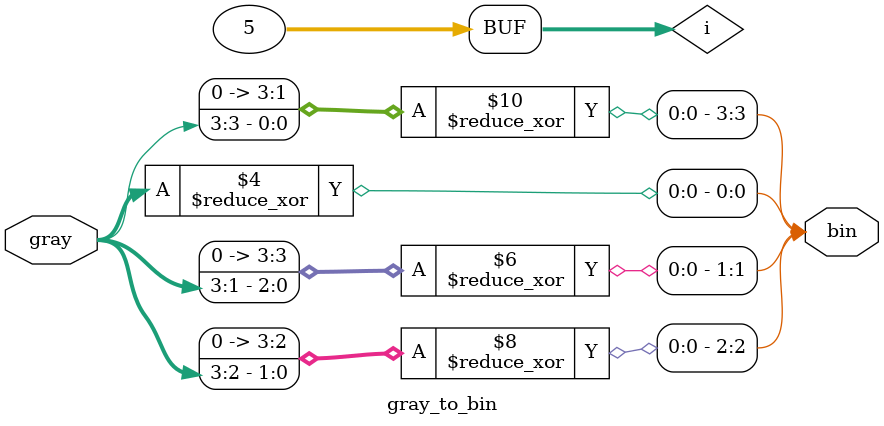
<source format=v>
module gray_to_bin#(
	parameter SIZE = 4
	)
	(
	input  [SIZE - 1 : 0] gray  ,

	output reg [SIZE - 1 : 0] bin 
);
	integer i ;
	always @(*) begin
		for (i = 0; i <= SIZE; i++) begin
			bin[i] = ^(gray >> i) ;
		end
	end

endmodule
</source>
